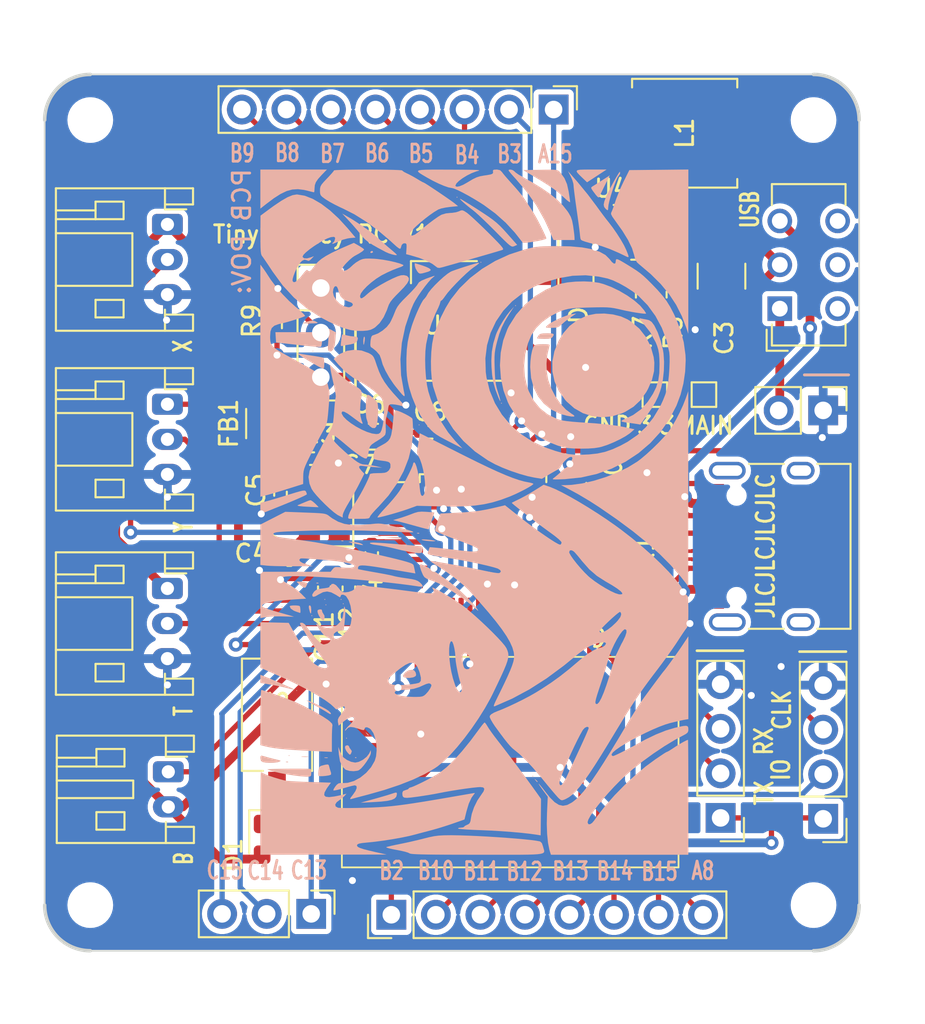
<source format=kicad_pcb>
(kicad_pcb (version 20221018) (generator pcbnew)
  (layers (0 "F.Cu" signal) (31 "B.Cu" power) (34 "B.Paste" user) (35 "F.Paste" user) (36 "B.SilkS" user "B.Silkscreen") (37 "F.SilkS" user "F.Silkscreen") (38 "B.Mask" user) (39 "F.Mask" user) (44 "Edge.Cuts" user))
  (net 0 "")
  (net 1 "Net-(J1-CC2)")
  (net 2 "GND")
  (net 3 "/BAT_VIN")
  (net 4 "/MAIN_POWER")
  (net 5 "/OSC_OUT")
  (net 6 "/OSC_IN")
  (net 7 "+3.3V")
  (net 8 "+3.3VA")
  (net 9 "/STEP_UP_5V")
  (net 10 "/USB_VIN")
  (net 11 "Net-(J1-CC1)")
  (net 12 "/USB_DP")
  (net 13 "/USB_DN")
  (net 17 "/NRF_CE")
  (net 18 "/SPI_CS")
  (net 19 "/SPI_SCK")
  (net 20 "/SPI_MOSI")
  (net 21 "/SPI_MISO")
  (net 22 "/NRF_IRQ")
  (net 23 "/SWDIO")
  (net 24 "/SWCLK")
  (net 25 "/UART_TX")
  (net 26 "/UART_RX")
  (net 27 "/JOY_X")
  (net 28 "/JOY_Y")
  (net 29 "/JOY_TWIST")
  (net 30 "/JOY_BUTTON")
  (net 31 "Net-(R7-Pad2)")
  (net 32 "Net-(U1-BOOT0)")
  (net 33 "/PC13")
  (net 34 "/PC14")
  (net 35 "/PC15")
  (net 36 "/PB2")
  (net 37 "/PB10")
  (net 38 "/PB11")
  (net 39 "/PB12")
  (net 40 "/PB13")
  (net 41 "/PB14")
  (net 42 "/PB15")
  (net 43 "/PA8")
  (net 44 "/PA15")
  (net 45 "/PB3")
  (net 46 "/PB4")
  (net 47 "/PB5")
  (net 48 "/PB6")
  (net 49 "/PB7")
  (net 50 "/PB8")
  (net 51 "/PB9")
  (net 53 "/SW")
  (net 54 "/RST")
  (net 55 "/FB")
  (net 56 "/BOOT")
  (net 57 "Net-(D1-K)")
  (footprint "Connector_PinHeader_2.54mm:PinHeader_1x04_P2.54mm_Vertical" (layer "F.Cu") (at 114.8 120.23 180)
    (fp_text reference "J10" hide)
    (fp_text value "UART_SOCKET")
  )
  (footprint "Resistor_SMD:R_0402_1005Metric_Pad0.72x0.64mm_HandSolder" (layer "F.Cu") (at 89.4 92.15 -90)
    (fp_text reference "R9")
    (fp_text value "10k")
  )
  (footprint "Connector_JST:JST_PH_S3B-PH-K_1x03_P2.00mm_Horizontal" (layer "F.Cu") (at 83.25 107.15 -90)
    (fp_text reference "J7" hide)
    (fp_text value "JOY_TWIST_SOCKET")
  )
  (footprint "Connector_PinHeader_2.54mm:PinHeader_1x03_P2.54mm_Vertical" (layer "F.Cu") (at 92 90.025)
    (fp_text reference "J9" hide)
    (fp_text value "BOOT_SOCKET")
  )
  (footprint "Capacitor_SMD:C_0402_1005Metric_Pad0.74x0.62mm_HandSolder" (layer "F.Cu") (at 105.05 110.05 180)
    (fp_text reference "C9")
    (fp_text value "100n")
  )
  (footprint "Connector_USB:USB_C_Receptacle_HRO_TYPE-C-31-M-12" (layer "F.Cu") (at 118.31 104.75 90)
    (fp_text reference "J1" hide)
    (fp_text value "USB_C_Receptacle_USB2.0")
  )
  (footprint "Resistor_SMD:R_0402_1005Metric_Pad0.72x0.64mm_HandSolder" (layer "F.Cu") (at 112.1 90.4 90)
    (fp_text reference "R8")
    (fp_text value "2k")
  )
  (footprint "Connector_PinHeader_2.54mm:PinHeader_1x04_P2.54mm_Vertical" (layer "F.Cu") (at 120.65 120.28 180)
    (fp_text reference "J3" hide)
    (fp_text value "DEBUG_SOCKET")
  )
  (footprint "Connector_PinHeader_2.54mm:PinHeader_1x08_P2.54mm_Vertical" (layer "F.Cu") (at 105.275 79.85 -90)
    (fp_text reference "J11" hide)
    (fp_text value "Conn_01x08_Pin")
  )
  (footprint "MountingHole:MountingHole_2.1mm" (layer "F.Cu") (at 120.1 80.45)
    (fp_text reference "H2" hide)
    (fp_text value "MountingHole")
  )
  (footprint "Inductor_SMD:L_1206_3216Metric_Pad1.22x1.90mm_HandSolder" (layer "F.Cu") (at 88.65 97.75 90)
    (fp_text reference "FB1")
    (fp_text value "100R")
  )
  (footprint "Resistor_SMD:R_0402_1005Metric_Pad0.72x0.64mm_HandSolder" (layer "F.Cu") (at 111.31 107.5 -90)
    (fp_text reference "R6")
    (fp_text value "5.1k")
  )
  (footprint "Resistor_SMD:R_0402_1005Metric_Pad0.72x0.64mm_HandSolder" (layer "F.Cu") (at 90.81 120.505)
    (fp_text reference "R2")
    (fp_text value "1k")
  )
  (footprint "Button_Switch_THT:SW_CuK_JS202011AQN_DPDT_Angled" (layer "F.Cu") (at 118.175 91.2005 90)
    (fp_text reference "SW1" hide)
    (fp_text value "SW_POWER")
  )
  (footprint "Package_TO_SOT_SMD:SOT-23-6" (layer "F.Cu") (at 110.5 86.85)
    (fp_text reference "U4")
    (fp_text value "MT3608")
  )
  (footprint "Capacitor_SMD:C_1210_3225Metric_Pad1.33x2.70mm_HandSolder" (layer "F.Cu") (at 114.85 89.35 -90)
    (fp_text reference "C3")
    (fp_text value "22u")
  )
  (footprint "Connector_PinHeader_2.54mm:PinHeader_1x08_P2.54mm_Vertical" (layer "F.Cu") (at 96.02 125.75 90)
    (fp_text reference "J12" hide)
    (fp_text value "Conn_01x08_Pin")
  )
  (footprint "Capacitor_SMD:C_0402_1005Metric_Pad0.74x0.62mm_HandSolder" (layer "F.Cu") (at 90.2 105.5 180)
    (fp_text reference "C4")
    (fp_text value "12p")
  )
  (footprint "Capacitor_SMD:C_0402_1005Metric_Pad0.74x0.62mm_HandSolder" (layer "F.Cu") (at 94.9 105.2 -90)
    (fp_text reference "C14")
    (fp_text value "100n")
  )
  (footprint "Crystal:Crystal_SMD_3225-4Pin_3.2x2.5mm" (layer "F.Cu") (at 92.2 102.75 90)
    (fp_text reference "Y1")
    (fp_text value "Crystal_GND24")
  )
  (footprint "Connector_JST:JST_PH_S2B-PH-K_1x02_P2.00mm_Horizontal" (layer "F.Cu") (at 83.3 117.6 -90)
    (fp_text reference "J8" hide)
    (fp_text value "JOY_BUTTON_SOCKET")
  )
  (footprint "Inductor_SMD:L_Coilcraft_XAL5020-XXX" (layer "F.Cu") (at 112.75 81.2 180)
    (fp_text reference "L1")
    (fp_text value "4.7u")
  )
  (footprint "Capacitor_SMD:C_0402_1005Metric_Pad0.74x0.62mm_HandSolder" (layer "F.Cu") (at 107.5 101.25 -90)
    (fp_text reference "C10")
    (fp_text value "100n")
  )
  (footprint "NRF24L01:NRF24L01" (layer "F.Cu") (at 93.4 111.05)
    (fp_text reference "J2" hide)
    (fp_text value "NRF_Socket")
  )
  (footprint "TestPoint:TestPoint_Pad_1.0x1.0mm" (layer "F.Cu") (at 113.85 96.1)
    (fp_text reference "TP1" hide)
    (fp_text value "TestPoint")
  )
  (footprint "Package_QFP:LQFP-48_7x7mm_P0.5mm" (layer "F.Cu") (at 101.25 104.25)
    (fp_text reference "U1" hide)
    (fp_text value "STM32F103C8Tx")
  )
  (footprint "MountingHole:MountingHole_2.1mm" (layer "F.Cu") (at 120.1 125.2)
    (fp_text reference "H3" hide)
    (fp_text value "MountingHole")
  )
  (footprint "Resistor_SMD:R_0402_1005Metric_Pad0.72x0.64mm_HandSolder" (layer "F.Cu") (at 111.85 104.2 -90)
    (fp_text reference "R10")
    (fp_text value "1.5k")
  )
  (footprint "Resistor_SMD:R_0402_1005Metric_Pad0.72x0.64mm_HandSolder" (layer "F.Cu") (at 111.31 102 90)
    (fp_text reference "R1")
    (fp_text value "5.1k")
  )
  (footprint "Capacitor_SMD:C_0402_1005Metric_Pad0.74x0.62mm_HandSolder" (layer "F.Cu") (at 93.6 107.15 90)
    (fp_text reference "C12")
    (fp_text value "1u")
  )
  (footprint "Capacitor_SMD:C_0402_1005Metric_Pad0.74x0.62mm_HandSolder" (layer "F.Cu") (at 96.25 100.25 180)
    (fp_text reference "C7")
    (fp_text value "100n")
  )
  (footprint "Capacitor_SMD:C_0402_1005Metric_Pad0.74x0.62mm_HandSolder" (layer "F.Cu") (at 91.5 99.75)
    (fp_text reference "C13")
    (fp_text value "1u")
  )
  (footprint "Connector_JST:JST_PH_S3B-PH-K_1x03_P2.00mm_Horizontal" (layer "F.Cu") (at 83.25 96.65 -90)
    (fp_text reference "J6" hide)
    (fp_text value "JOY_Y_SOCKET")
  )
  (footprint "Capacitor_SMD:C_0402_1005Metric_Pad0.74x0.62mm_HandSolder" (layer "F.Cu") (at 89.7 101.75 -90)
    (fp_text reference "C5")
    (fp_text value "12p")
  )
  (footprint "Connector_JST:JST_PH_S3B-PH-K_1x03_P2.00mm_Horizontal" (layer "F.Cu") (at 83.25 86.4 -90)
    (fp_text reference "J5" hide)
    (fp_text value "JOY_X_SOCKET")
  )
  (footprint "Connector_PinHeader_2.54mm:PinHeader_1x03_P2.54mm_Vertical" (layer "F.Cu") (at 91.45 125.7 -90)
    (fp_text reference "J13" hide)
    (fp_text value "Conn_01x03_Pin")
  )
  (footprint "Capacitor_SMD:C_0805_2012Metric_Pad1.18x1.45mm_HandSolder" (layer "F.Cu") (at 95 98.5 180)
    (fp_text reference "C6")
    (fp_text value "10u")
  )
  (footprint "TestPoint:TestPoint_Pad_1.0x1.0mm" (layer "F.Cu") (at 108.3 96.1)
    (fp_text reference "TP3" hide)
    (fp_text value "TestPoint")
  )
  (footprint "Resistor_SMD:R_0402_1005Metric_Pad0.72x0.64mm_HandSolder" (layer "F.Cu") (at 110.35 90.4 -90)
    (fp_text reference "R7")
    (fp_text value "10k")
  )
  (footprint "LED_SMD:LED_0603_1608Metric_Pad1.05x0.95mm_HandSolder" (layer "F.Cu") (at 88.65 121.45 -90)
    (fp_text reference "D1")
    (fp_text value "LED")
  )
  (footprint "Connector_PinHeader_2.54mm:PinHeader_1x02_P2.54mm_Vertical" (layer "F.Cu") (at 120.65 97 -90)
    (fp_text reference "J4" hide)
    (fp_text value "BATTERY_SOCKET")
  )
  (footprint "Package_TO_SOT_SMD:SOT-223-3_TabPin2" (layer "F.Cu") (at 99.05 91.9 180)
    (fp_text reference "U2")
    (fp_text value "AMS1117-3.3")
  )
  (footprint "Button_Switch_SMD:SW_Tactile_SPST_NO_Straight_CK_PTS636Sx25SMTRLFS" (layer "F.Cu") (at 89.5 114.35 90)
    (fp_text reference "SW2")
    (fp_text value "BUTTON_NRST")
  )
  (footprint "Capacitor_SMD:C_0402_1005Metric_Pad0.74x0.62mm_HandSolder" (layer "F.Cu") (at 98.25 98.25)
    (fp_text reference "C8")
    (fp_text value "100n")
  )
  (footprint "TestPoint:TestPoint_Pad_1.0x1.0mm" (layer "F.Cu") (at 111.05 96.1)
    (fp_text reference "TP2" hide)
    (fp_text value "TestPoint")
  )
  (footprint "Resistor_SMD:R_0402_1005Metric_Pad0.72x0.64mm_HandSolder" (layer "F.Cu") (at 108.6 90.4 90)
    (fp_text reference "R5")
    (fp_text value "100k")
  )
  (footprint "Capacitor_SMD:C_0402_1005Metric_Pad0.74x0.62mm_HandSolder" (layer "F.Cu") (at 92.2 107.15 90)
    (fp_text reference "C11")
    (fp_text value "10n")
  )
  (footprint "Diode_SMD:D_SOD-123" (layer "F.Cu") (at 106.55 87.55 90)
    (fp_text reference "D3")
    (fp_text value "D_Schottky")
  )
  (footprint "MountingHole:MountingHole_2.1mm" (layer "F.Cu") (at 78.85 80.45)
    (fp_text reference "H1" hide)
    (fp_text value "MountingHole")
  )
  (footprint "MountingHole:MountingHole_2.1mm" (layer "F.Cu") (at 78.85 125.2)
    (fp_text reference "H4" hide)
    (fp_text value "MountingHole")
  )
  (footprint "LOGO" (layer "B.Cu") (at 100.725 102.8 -90)
    (fp_text reference "G***" hide)
    (fp_text value "LOGO" hide)
  )
  (gr_line (start 119.575 94.975) (end 122.1 94.975) (stroke (width 0.15)) (layer "B.SilkS"))
  (gr_line (start 93.975 92.125) (end 93.975 95.925) (stroke (width 0.15)) (layer "F.SilkS"))
  (gr_line (start 119.575 94.975) (end 122.1 94.975) (stroke (width 0.15)) (layer "F.SilkS"))
  (gr_line (start 113.45 110.7) (end 116.075 110.7) (stroke (width 0.15)) (layer "F.SilkS"))
  (gr_line (start 119.3 110.75) (end 121.95 110.75) (stroke (width 0.15)) (layer "F.SilkS"))
  (gr_line (start 76.25 80.45) (end 76.25 125.2) (stroke (width 0.1)) (layer "Edge.Cuts"))
  (gr_line (start 122.7 125.2) (end 122.7 80.45) (stroke (width 0.1)) (layer "Edge.Cuts"))
  (gr_arc (start 120.1 77.85) (mid 121.938478 78.611522) (end 122.7 80.45) (stroke (width 0.2)) (layer "Edge.Cuts"))
  (gr_line (start 78.85 127.8) (end 120.1 127.8) (stroke (width 0.1)) (layer "Edge.Cuts"))
  (gr_arc (start 76.25 80.45) (mid 77.011522 78.611522) (end 78.85 77.85) (stroke (width 0.2)) (layer "Edge.Cuts"))
  (gr_arc (start 78.85 127.8) (mid 77.011522 127.038478) (end 76.25 125.2) (stroke (width 0.2)) (layer "Edge.Cuts"))
  (gr_arc (start 122.7 125.2) (mid 121.938478 127.038478) (end 120.1 127.8) (stroke (width 0.2)) (layer "Edge.Cuts"))
  (gr_line (start 78.85 77.85) (end 120.1 77.85) (stroke (width 0.1)) (layer "Edge.Cuts"))
  (gr_text "A8\n" (at 113.05 123.825) (layer "B.SilkS") (effects (font (size 1 0.7) (thickness 0.16) bold) (justify left bottom)))
  (gr_text "B3\n" (at 101.975 82.975) (layer "B.SilkS") (effects (font (size 1 0.7) (thickness 0.16) bold) (justify left bottom)))
  (gr_text "B11\n" (at 100.05 123.85) (layer "B.SilkS") (effects (font (size 1 0.7) (thickness 0.16) bold) (justify left bottom)))
  (gr_text "B10\n" (at 97.45 123.825) (layer "B.SilkS") (effects (font (size 1 0.7) (thickness 0.16) bold) (justify left bottom)))
  (gr_text "B4\n" (at 99.55 83.025) (layer "B.SilkS") (effects (font (size 1 0.7) (thickness 0.16) bold) (justify left bottom)))
  (gr_text "C15" (at 85.4 123.8) (layer "B.SilkS") (effects (font (size 1 0.7) (thickness 0.16) bold) (justify left bottom)))
  (gr_text "C13" (at 90.2 123.8) (layer "B.SilkS") (effects (font (size 1 0.7) (thickness 0.16) bold) (justify left bottom)))
  (gr_text "B7\n" (at 91.875 82.95) (layer "B.SilkS") (effects (font (size 1 0.7) (thickness 0.16) bold) (justify left bottom)))
  (gr_text "B2\n" (at 95.25 123.825) (layer "B.SilkS") (effects (font (size 1 0.7) (thickness 0.16) bold) (justify left bottom)))
  (gr_text "B9\n" (at 86.725 82.925) (layer "B.SilkS") (effects (font (size 1 0.7) (thickness 0.16) bold) (justify left bottom)))
  (gr_text "B5\n" (at 96.925 82.95) (layer "B.SilkS") (effects (font (size 1 0.7) (thickness 0.16) bold) (justify left bottom)))
  (gr_text "B6\n" (at 94.425 82.925) (layer "B.SilkS") (effects (font (size 1 0.7) (thickness 0.16) bold) (justify left bottom)))
  (gr_text "B12\n" (at 102.5 123.875) (layer "B.SilkS") (effects (font (size 1 0.7) (thickness 0.16) bold) (justify left bottom)))
  (gr_text "B14\n" (at 107.65 123.85) (layer "B.SilkS") (effects (font (size 1 0.7) (thickness 0.16) bold) (justify left bottom)))
  (gr_text "B15" (at 110.2 123.875) (layer "B.SilkS") (effects (font (size 1 0.7) (thickness 0.16) bold) (justify left bottom)))
  (gr_text "B13\n" (at 105.125 123.85) (layer "B.SilkS") (effects (font (size 1 0.7) (thickness 0.16) bold) (justify left bottom)))
  (gr_text "A15\n" (at 104.3 82.975) (layer "B.SilkS") (effects (font (size 1 0.7) (thickness 0.16) bold) (justify left bottom)))
  (gr_text "B8\n" (at 89.3 82.9) (layer "B.SilkS") (effects (font (size 1 0.7) (thickness 0.16) bold) (justify left bottom)))
  (gr_text "PCB POV:" (at 88.075 83.125 90) (layer "B.SilkS") (effects (font (size 1 1) (thickness 0.16)) (justify left bottom mirror)))
  (gr_text "C14" (at 87.725 123.825) (layer "B.SilkS") (effects (font (size 1 0.7) (thickness 0.16) bold) (justify left bottom)))
  (gr_text "X" (at 83.45 93.775 270) (layer "F.SilkS") (effects (font (size 1 0.7) (thickness 0.16) bold) (justify left bottom mirror)))
  (gr_text "MAIN" (at 112.25 98.45) (layer "F.SilkS") (effects (font (size 1 0.9) (thickness 0.16) bold) (justify left bottom)))
  (gr_text "B" (at 83.5 123 -90) (layer "F.SilkS") (effects (font (size 1 0.7) (thickness 0.16) bold) (justify left bottom mirror)))
  (gr_text "USB" (at 117.05 86.7 90) (layer "F.SilkS") (effects (font (size 1 0.7) (thickness 0.16) bold) (justify left bottom)))
  (gr_text "Y" (at 84.75 103.25 90) (layer "F.SilkS") (effects (font (size 1 0.7) (thickness 0.16) bold) (justify left bottom mirror)))
  (gr_text "RX\n" (at 117.85 116.75 90) (layer "F.SilkS") (effects (font (size 1 0.8) (thickness 0.16) bold) (justify left bottom)))
  (gr_text "TX" (at 117.875 119.6 90) (layer "F.SilkS") (effects (font (size 1 0.8) (thickness 0.16) bold) (justify left bottom)))
  (gr_text "JLCJLCJLCJLC" (at 117.95 108.95 90) (layer "F.SilkS") (effects (font (size 1 0.8) (thickness 0.16)) (justify left bottom)))
  (gr_text "TinyStanley RC V1.0" (at 85.75 87.55) (layer "F.SilkS") (effects (font (size 1 0.9) (thickness 0.16) bold) (justify left bottom)))
  (gr_text "CLK\n" (at 118.875 115.3 90) (layer "F.SilkS") (effects (font (size 1 0.8) (thickness 0.16) bold) (justify left bottom)))
  (gr_text "GND" (at 106.85 98.45) (layer "F.SilkS") (effects (font (size 1 0.9) (thickness 0.16) bold) (justify left bottom)))
  (gr_text "IO\n" (at 118.825 118.2 90) (layer "F.SilkS") (effects (font (size 1 0.8) (thickness 0.16) bold) (justify left bottom)))
  (gr_text "3.3\n" (at 109.95 98.45) (layer "F.SilkS") (effects (font (size 1 0.9) (thickness 0.16) bold) (justify left bottom)))
  (gr_text "T" (at 84.75 113.775 90) (layer "F.SilkS") (effects (font (size 1 0.7) (thickness 0.16) bold) (justify left bottom mirror)))
  (segment (start 114.265 103) (end 112.95 103) (width 0.3) (layer "F.Cu") (net 1))
  (segment (start 112.6 102.65) (end 111.3625 102.65) (width 0.3) (layer "F.Cu") (net 1))
  (segment (start 111.3625 102.65) (end 111.31 102.5975) (width 0.3) (layer "F.Cu") (net 1))
  (segment (start 112.95 103) (end 112.6 102.65) (width 0.3) (layer "F.Cu") (net 1))
  (segment (start 94.415 105.7675) (end 93.6 106.5825) (width 0.3) (layer "F.Cu") (net 2))
  (segment (start 114.8375 90.9125) (end 113.35 92.4) (width 0.5) (layer "F.Cu") (net 2))
  (segment (start 92.0675 99.75) (end 92.75 99.75) (width 0.5) (layer "F.Cu") (net 2))
  (segment (start 94.35 123.25) (end 93.8 123.8) (width 0.3) (layer "F.Cu") (net 2))
  (segment (start 104.298959 110.05) (end 104.4825 110.05) (width 0.3) (layer "F.Cu") (net 2))
  (segment (start 94.835 105.8325) (end 94.9 105.7675) (width 0.3) (layer "F.Cu") (net 2))
  (segment (start 108.5 86.85) (end 107.65 87.7) (width 0.5) (layer "F.Cu") (net 2))
  (segment (start 111.9975 108.0975) (end 113.05 109.15) (width 0.25) (layer "F.Cu") (net 2))
  (segment (start 89.7 102.3175) (end 89.1825 102.3175) (width 0.3) (layer "F.Cu") (net 2))
  (segment (start 105.4125 102) (end 107.3175 102) (width 0.3) (layer "F.Cu") (net 2))
  (segment (start 103.5 107.4) (end 103.05 106.95) (width 0.3) (layer "F.Cu") (net 2))
  (segment (start 105.4125 102) (end 104.1 102) (width 0.3) (layer "F.Cu") (net 2))
  (segment (start 93.25 100.25) (end 93 100) (width 0.5) (layer "F.Cu") (net 2))
  (segment (start 111.545363 101.167137) (end 113.932137 101.167137) (width 0.3) (layer "F.Cu") (net 2))
  (segment (start 83.25 91.8) (end 83.2 91.85) (width 0.3) (layer "F.Cu") (net 2))
  (segment (start 83.25 100.65) (end 83.25 101.95) (width 0.3) (layer "F.Cu") (net 2))
  (segment (start 102.2 94.2) (end 102.2 95.35) (width 0.3) (layer "F.Cu") (net 2))
  (segment (start 104.1 102) (end 104.05 101.95) (width 0.3) (layer "F.Cu") (net 2))
  (segment (start 102.2 95.35) (end 102.85 96) (width 0.3) (layer "F.Cu") (net 2))
  (segment (start 93.9625 98.5) (end 93.9625 99.0375) (width 0.5) (layer "F.Cu") (net 2))
  (segment (start 109.3625 86.85) (end 108.5 86.85) (width 0.5) (layer "F.Cu") (net 2))
  (segment (start 93.9625 99.0375) (end 93 100) (width 0.5) (layer "F.Cu") (net 2))
  (segment (start 93.05 100.05) (end 93 100) (width 0.5) (layer "F.Cu") (net 2))
  (segment (start 83.25 90.4) (end 83.25 91.8) (width 0.3) (layer "F.Cu") (net 2))
  (segment (start 120.6 97) (end 120.6 98.55) (width 0.3) (layer "F.Cu") (net 2))
  (segment (start 103.5 108.4125) (end 103.5 107.4) (width 0.3) (layer "F.Cu") (net 2))
  (segment (start 114.1675 108.0975) (end 114.265 108) (width 0.3) (layer "F.Cu") (net 2))
  (segment (start 92 90.025) (end 89.575 90.025) (width 0.3) (layer "F.Cu") (net 2))
  (segment (start 89.6325 105.5) (end 89.118 105.5) (width 0.3) (layer "F.Cu") (net 2))
  (segment (start 108.3 96.1) (end 108.3 95.75) (width 0.3) (layer "F.Cu") (net 2))
  (segment (start 103.5 108.4125) (end 103.5 109.251041) (width 0.3) (layer "F.Cu") (net 2))
  (segment (start 89.5 118.5975) (end 91.4075 120.505) (width 0.3) (layer "F.Cu") (net 2))
  (segment (start 89.7 102.3175) (end 89.8175 102.3175) (width 0.3) (layer "F.Cu") (net 2))
  (segment (start 114.265 108) (end 114.2 108) (width 0.3) (layer "F.Cu") (net 2))
  (segment (start 107.3175 102) (end 107.5 101.8175) (width 0.3) (layer "F.Cu") (net 2))
  (segment (start 97.2675 96.7) (end 96.85 96.7) (width 0.3) (layer "F.Cu") (net 2))
  (segment (start 92.75 99.75) (end 93 100) (width 0.5) (layer "F.Cu") (net 2))
  (segment (start 89.1825 102.3175) (end 88.6 102.9) (width 0.3) (layer "F.Cu") (net 2))
  (segment (start 113.932137 101.167137) (end 114.265 101.5) (width 0.3) (layer "F.Cu") (net 2))
  (segment (start 91.2825 103.85) (end 91.35 103.85) (width 0.3) (layer "F.Cu") (net 2))
  (segment (start 103.5 109.251041) (end 104.298959 110.05) (width 0.3) (layer "F.Cu") (net 2))
  (segment (start 113.74 89.8025) (end 114.85 90.9125) (width 0.5) (layer "F.Cu") (net 2))
  (segment (start 97.0875 105) (end 95.6675 105) (width 0.3) (layer "F.Cu") (net 2))
  (segment (start 83.25 111.15) (end 83.25 112.65) (width 0.3) (layer "F.Cu") (net 2))
  (segment (start 112.1 89.8025) (end 113.74 89.8025) (width 0.5) (layer "F.Cu") (net 2))
  (segment (start 88.542 106.16) (end 88.5 106.118) (width 0.3) (layer "F.Cu") (net 2))
  (segment (start 99 98.4325) (end 98.8175 98.25) (width 0.3) (layer "F.Cu") (net 2))
  (segment (start 111.31 101.4025) (end 111.31 101.26) (width 0.3) (layer "F.Cu") (net 2))
  (segment (start 89.118 105.5) (end 88.5 106.118) (width 0.3) (layer "F.Cu") (net 2))
  (segment (start 93.6 106.5825) (end 92.2 106.5825) (width 0.3) (layer "F.Cu") (net 2))
  (segment (start 99 100.0875) (end 99 98.4325) (width 0.3) (layer "F.Cu") (net 2))
  (segment (start 114.85 90.9125) (end 114.8375 90.9125) (width 0.5) (layer "F.Cu") (net 2))
  (segment (start 89.5 118.225) (end 89.5 118.5975) (width 0.3) (layer "F.Cu") (net 2))
  (segment (start 94.35 121.49) (end 94.35 123.25) (width 0.3) (layer "F.Cu") (net 2))
  (segment (start 98.8175 98.25) (end 97.2675 96.7) (width 0.3) (layer "F.Cu") (net 2))
  (segment (start 92.2 106.5825) (end 89.7675 106.5825) (width 0.3) (layer "F.Cu") (net 2))
  (segment (start 111.31 101.4025) (end 111.545363 101.167137) (width 0.3) (layer "F.Cu") (net 2))
  (segment (start 95.6825 100.25) (end 93.25 100.25) (width 0.5) (layer "F.Cu") (net 2))
  (segment (start 119.31 112.66) (end 118.25 111.6) (width 0.25) (layer "F.Cu") (net 2))
  (segment (start 95.6675 105) (end 94.9 105.7675) (width 0.3) (layer "F.Cu") (net 2))
  (segment (start 94.9 105.7675) (end 94.415 105.7675) (width 0.3) (layer "F.Cu") (net 2))
  (segment (start 89.7675 106.5825) (end 89.7 106.65) (width 0.3) (layer "F.Cu") (net 2))
  (segment (start 89.575 90.025) (end 89.55 90.05) (width 0.3) (layer "F.Cu") (net 2))
  (segment (start 89.6325 105.5) (end 91.2825 103.85) (width 0.3) (layer "F.Cu") (net 2))
  (segment (start 120.65 112.66) (end 119.31 112.66) (width 0.25) (layer "F.Cu") (net 2))
  (segment (start 94.35 121.49) (end 92.3925 121.49) (width 0.3) (layer "F.Cu") (net 2))
  (segment (start 111.31 108.0975) (end 111.9975 108.0975) (width 0.25) (layer "F.Cu") (net 2))
  (segment (start 108.3 95.75) (end 107.1 94.55) (width 0.3) (layer "F.Cu") (net 2))
  (segment (start 93.05 101.65) (end 93.05 100.05) (width 0.5) (layer "F.Cu") (net 2))
  (segment (start 92.3925 121.49) (end 91.4075 120.505) (width 0.3) (layer "F.Cu") (net 2))
  (segment (start 114.8 112.61) (end 115.91 112.61) (width 0.3) (layer "F.Cu") (net 2))
  (segment (start 114.2 108) (end 113.05 109.15) (width 0.3) (layer "F.Cu") (net 2))
  (segment (start 111.31 101.26) (end 110.6 100.55) (width 0.3) (layer "F.Cu") (net 2))
  (segment (start 115.91 112.61) (end 116.55 113.25) (width 0.3) (layer "F.Cu") (net 2))
  (via (at 83.2 91.85) (size 0.8) (drill 0.4) (layers "F.Cu" "B.Cu") (net 2))
  (via (at 88.6 102.9) (size 0.8) (drill 0.4) (layers "F.Cu" "B.Cu") (net 2))
  (via (at 103.05 106.95) (size 0.8) (drill 0.4) (layers "F.Cu" "B.Cu") (net 2))
  (via (at 107.1 94.55) (size 0.8) (drill 0.4) (layers "F.Cu" "B.Cu") (net 2))
  (via (at 113.35 92.4) (size 0.8) (drill 0.4) (layers "F.Cu" "B.Cu") (net 2))
  (via (at 116.55 113.25) (size 0.8) (drill 0.4) (layers "F.Cu" "B.Cu") (net 2))
  (via (at 107.65 87.7) (size 0.8) (drill 0.4) (layers "F.Cu" "B.Cu") (net 2))
  (via (at 93.8 123.8) (size 0.8) (drill 0.4) (layers "F.Cu" "B.Cu") (net 2))
  (via (at 83.25 101.95) (size 0.8) (drill 0.4) (layers "F.Cu" "B.Cu") (net 2))
  (via (at 88.5 106.118) (size 0.8) (drill 0.4) (layers "F.Cu" "B.Cu") (net 2))
  (via (at 104.05 101.95) (size 0.8) (drill 0.4) (layers "F.Cu" "B.Cu") (net 2))
  (via (at 89.7 106.65) (size 0.8) (drill 0.4) (layers "F.Cu" "B.Cu") (net 2))
  (via (at 89.55 90.05) (size 0.8) (drill 0.4) (layers "F.Cu" "B.Cu") (net 2))
  (via (at 113.05 109.15) (size 0.8) (drill 0.4) (layers "F.Cu" "B.Cu") (net 2))
  (via (at 102.85 96) (size 0.8) (drill 0.4) (layers "F.Cu" "B.Cu") (net 2))
  (via (at 120.6 98.55) (size 0.8) (drill 0.4) (layers "F.Cu" "B.Cu") (net 2))
  (via (at 118.25 111.6) (size 0.8) (drill 0.4) (layers "F.Cu" "B.Cu") (net 2))
  (via (at 83.25 112.65) (size 0.8) (drill 0.4) (layers "F.Cu" "B.Cu") (net 2))
  (via (at 93 100) (size 0.8) (drill 0.4) (layers "F.Cu" "B.Cu") (net 2))
  (via (at 110.6 100.55) (size 0.8) (drill 0.4) (layers "F.Cu" "B.Cu") (net 2))
  (via (at 96.85 96.7) (size 0.8) (drill 0.4) (layers "F.Cu" "B.Cu") (net 2))
  (segment (start 118.175 91.2005) (end 118.175 96.885) (width 0.5) (layer "F.Cu") (net 3))
  (segment (start 118.175 96.885) (end 118.06 97) (width 0.5) (layer "F.Cu") (net 3))
  (segment (start 114.405 87.3425) (end 114.85 87.7875) (width 0.5) (layer "F.Cu") (net 4))
  (segment (start 114.405 81.2) (end 114.405 87.3425) (width 0.5) (layer "F.Cu") (net 4))
  (segment (start 116.85 90.0255) (end 116.85 93.1) (width 0.3) (layer "F.Cu") (net 4))
  (segment (start 116.85 93.1) (end 113.85 96.1) (width 0.3) (layer "F.Cu") (net 4))
  (segment (start 115.8875 87.7875) (end 114.85 87.7875) (width 0.3) (layer "F.Cu") (net 4))
  (segment (start 118.175 88.7005) (end 116.85 90.0255) (width 0.3) (layer "F.Cu") (net 4))
  (segment (start 95.199178 103.85) (end 93.05 103.85) (width 0.3) (layer "F.Cu") (net 5))
  (segment (start 95.349178 104) (end 95.199178 103.85) (width 0.3) (layer "F.Cu") (net 5))
  (segment (start 97.0875 104) (end 95.349178 104) (width 0.3) (layer "F.Cu") (net 5))
  (segment (start 90.7675 105.5) (end 91.3675 104.9) (width 0.3) (layer "F.Cu") (net 5))
  (segment (start 91.3675 104.9) (end 92.1 104.9) (width 0.3) (layer "F.Cu") (net 5))
  (segment (start 92.1 104.9) (end 93.05 103.95) (width 0.3) (layer "F.Cu") (net 5))
  (segment (start 93.05 103.95) (end 93.05 103.85) (width 0.3) (layer "F.Cu") (net 5))
  (segment (start 91.35 102.35) (end 91.35 101.65) (width 0.3) (layer "F.Cu") (net 6))
  (segment (start 97.0875 103.5) (end 96.1 103.5) (width 0.3) (layer "F.Cu") (net 6))
  (segment (start 91.75 102.75) (end 91.35 102.35) (width 0.3) (layer "F.Cu") (net 6))
  (segment (start 89.7 101.1825) (end 90.8825 101.1825) (width 0.3) (layer "F.Cu") (net 6))
  (segment (start 96.1 103.5) (end 95.35 102.75) (width 0.3) (layer "F.Cu") (net 6))
  (segment (start 95.35 102.75) (end 91.75 102.75) (width 0.3) (layer "F.Cu") (net 6))
  (segment (start 90.8825 101.1825) (end 91.35 101.65) (width 0.3) (layer "F.Cu") (net 6))
  (segment (start 102.45 91.9) (end 106.25 95.7) (width 0.5) (layer "F.Cu") (net 7))
  (segment (start 114.8 120.23) (end 117.7 120.23) (width 0.3) (layer "F.Cu") (net 7))
  (segment (start 80.3 116.6) (end 83.3 119.6) (width 0.5) (layer "F.Cu") (net 7))
  (segment (start 90.9325 98.37) (end 90.9325 99.75) (width 0.5) (layer "F.Cu") (net 7))
  (segment (start 83.25 96.65) (end 88.0875 96.65) (width 0.3) (layer "F.Cu") (net 7))
  (segment (start 83.25 86.4) (end 86.075 89.225) (width 0.5) (layer "F.Cu") (net 7))
  (segment (start 108.65 98.5) (end 106.25 98.5) (width 0.5) (layer "F.Cu") (net 7))
  (segment (start 96.8175 100.25) (end 96.3 99.7325) (width 0.3) (layer "F.Cu") (net 7))
  (segment (start 86.075 93.5125) (end 88.65 96.0875) (width 0.5) (layer "F.Cu") (net 7))
  (segment (start 89.6325 95.105) (end 88.65 96.0875) (width 0.5) (layer "F.Cu") (net 7))
  (segment (start 107.588099 100.6825) (end 107.5 100.6825) (width 0.5) (layer "F.Cu") (net 7))
  (segment (start 105.65 110.0825) (end 105.6175 110.05) (width 0.5) (layer "F.Cu") (net 7))
  (segment (start 110.508099 103.6025) (end 107.588099 100.6825) (width 0.5) (layer "F.Cu") (net 7))
  (segment (start 97.0875 101.5) (end 97.0875 100.52) (width 0.3) (layer "F.Cu") (net 7))
  (segment (start 91.125 112.6) (end 94.35 112.6) (width 0.5) (layer "F.Cu") (net 7))
  (segment (start 95.9 98.3625) (end 96.0375 98.5) (width 0.5) (layer "F.Cu") (net 7))
  (segment (start 86.075 89.225) (end 86.075 93.5125) (width 0.5) (layer "F.Cu") (net 7))
  (segment (start 106.2 100.05) (end 106.8675 100.05) (width 0.5) (layer "F.Cu") (net 7))
  (segment (start 80.3 104.302082) (end 80.3 116.6) (width 0.5) (layer "F.Cu") (net 7))
  (segment (start 120.55 120.23) (end 120.6 120.28) (width 0.3) (layer "F.Cu") (net 7))
  (segment (start 98.5 100.0875) (end 98.5 99.0675) (width 0.3) (layer "F.Cu") (net 7))
  (segment (start 84.125 119.6) (end 91.125 112.6) (width 0.5) (layer "F.Cu") (net 7))
  (segment (start 97.0875 100.52) (end 96.8175 100.25) (width 0.3) (layer "F.Cu") (net 7))
  (segment (start 104 108.4325) (end 105.6175 110.05) (width 0.3) (layer "F.Cu") (net 7))
  (segment (start 96.3 98.7625) (end 96.0375 98.5) (width 0.3) (layer "F.Cu") (net 7))
  (segment (start 105.4125 101.5) (end 106.6825 101.5) (width 0.3) (layer "F.Cu") (net 7))
  (segment (start 86.275 122.575) (end 88.4 122.575) (width 0.5) (layer "F.Cu") (net 7))
  (segment (start 83.3 119.6) (end 84.125 119.6) (width 0.5) (layer "F.Cu") (net 7))
  (segment (start 88.4 122.575) (end 88.65 122.325) (width 0.5) (layer "F.Cu") (net 7))
  (segment (start 104 108.4125) (end 104 108.4325) (width 0.3) (layer "F.Cu") (net 7))
  (segment (start 83.3 119.6) (end 86.275 122.575) (width 0.5) (layer "F.Cu") (net 7))
  (segment (start 88.65 96.0875) (end 90.9325 98.37) (width 0.5) (layer "F.Cu") (net 7))
  (segment (start 88.0875 96.65) (end 88.65 96.0875) (width 0.3) (layer "F.Cu") (net 7))
  (segment (start 105.65 117.35) (end 105.65 110.0825) (width 0.5) (layer "F.Cu") (net 7))
  (segment (start 111.85 103.6025) (end 110.508099 103.6025) (width 0.5) (layer "F.Cu") (net 7))
  (segment (start 117.7 120.23) (end 120.55 120.23) (width 0.3) (layer "F.Cu") (net 7))
  (segment (start 106.8675 100.05) (end 107.5 100.6825) (width 0.5) (layer "F.Cu") (net 7))
  (segment (start 111.05 96.1) (end 108.65 98.5) (width 0.5) (layer "F.Cu") (net 7))
  (segment (start 96.3 99.7325) (end 96.3 98.7625) (width 0.3) (layer "F.Cu") (net 7))
  (segment (start 83.147918 107.15) (end 83.25 107.15) (width 0.5) (layer "F.Cu") (net 7))
  (segment (start 95.9 94.15) (end 94.945 95.105) (width 0.5) (layer "F.Cu") (net 7))
  (segment (start 83.25 86.4) (end 80.3 89.35) (width 0.5) (layer "F.Cu") (net 7))
  (segment (start 106.25 95.7) (end 106.25 98.5) (width 0.5) (layer "F.Cu") (net 7))
  (segment (start 97.6825 98.25) (end 96.2875 98.25) (width 0.3) (layer "F.Cu") (net 7))
  (segment (start 80.3 104.302082) (end 83.147918 107.15) (width 0.5) (layer "F.Cu") (net 7))
  (segment (start 94.945 95.105) (end 92 95.105) (width 0.5) (layer "F.Cu") (net 7))
  (segment (start 95.9 91.9) (end 95.9 94.15) (width 0.5) (layer "F.Cu") (net 7))
  (segment (start 80.3 89.35) (end 80.3 104.302082) (width 0.5) (layer "F.Cu") (net 7))
  (segment (start 95.9 91.9) (end 95.9 98.3625) (width 0.5) (layer "F.Cu") (net 7))
  (segment (start 98.5 99.0675) (end 97.6825 98.25) (width 0.3) (layer "F.Cu") (net 7))
  (segment (start 117.7 120.23) (end 117.7 121.65) (width 0.3) (layer "F.Cu") (net 7))
  (segment (start 83.295 86.4) (end 83.25 86.4) (width 0.5) (layer "F.Cu") (net 7))
  (segment (start 92 95.105) (end 89.6325 95.105) (width 0.5) (layer "F.Cu") (net 7))
  (segment (start 106.6825 101.5) (end 107.5 100.6825) (width 0.3) (layer "F.Cu") (net 7))
  (segment (start 96.2875 98.25) (end 96.0375 98.5) (width 0.3) (layer "F.Cu") (net 7))
  (segment (start 102.2 91.9) (end 102.45 91.9) (width 0.5) (layer "F.Cu") (net 7))
  (via (at 92.3 112.6) (size 0.8) (drill 0.4) (layers "F.Cu" "B.Cu") (net 7))
  (via (at 105.65 117.35) (size 0.8) (drill 0.4) (layers "F.Cu" "B.Cu") (net 7))
  (via (at 106.2 100.05) (size 0.8) (drill 0.4) (layers "F.Cu" "B.Cu") (net 7))
  (via (at 117.7 121.65) (size 0.8) (drill 0.4) (layers "F.Cu" "B.Cu") (net 7))
  (via (at 106.25 98.5) (size 0.8) (drill 0.4) (layers "F.Cu" "B.Cu") (net 7))
  (segment (start 105.65 117.35) (end 109.95 121.65) (width 0.5) (layer "B.Cu") (net 7))
  (segment (start 109.95 121.65) (end 117.7 121.65) (width 0.5) (layer "B.Cu") (net 7))
  (segment (start 92.3 112.6) (end 97.05 117.35) (width 0.5) (layer "B.Cu") (net 7))
  (segment (start 97.05 117.35) (end 105.65 117.35) (width 0.5) (layer "B.Cu") (net 7))
  (segment (start 106.25 100) (end 106.2 100.05) (width 0.5) (layer "B.Cu") (net 7))
  (segment (start 106.25 98.5) (end 106.25 100) (width 0.5) (layer "B.Cu") (net 7))
  (segment (start 87.3 106.45) (end 87.3 100.75) (width 0.5) (layer "F.Cu") (net 8))
  (segment (start 94.031459 107.7175) (end 93.6 107.7175) (width 0.3) (layer "F.Cu") (net 8))
  (segment (start 88.5675 107.7175) (end 87.3 106.45) (width 0.5) (layer "F.Cu") (net 8))
  (segment (start 92.2 107.7175) (end 88.5675 107.7175) (width 0.5) (layer "F.Cu") (net 8))
  (segment (start 97.0875 105.5) (end 96.248959 105.5) (width 0.3) (layer "F.Cu") (net 8))
  (segment (start 87.3 100.75) (end 88.6375 99.4125) (width 0.5) (layer "F.Cu") (net 8))
  (segment (start 92.2 107.7175) (end 93.6 107.7175) (width 0.5) (layer "F.Cu") (net 8))
  (segment (start 96.248959 105.5) (end 94.031459 107.7175) (width 0.3) (layer "F.Cu") (net 8))
  (segment (start 88.6375 99.4125) (end 88.65 99.4125) (width 0.5) (layer "F.Cu") (net 8))
  (segment (start 106.55 89.2) (end 108.3475 90.9975) (width 0.5) (layer "F.Cu") (net 9))
  (segment (start 106.15 89.6) (end 106.55 89.2) (width 0.5) (layer "F.Cu") (net 9))
  (segment (start 102.2 89.6) (end 106.15 89.6) (width 0.5) (layer "F.Cu") (net 9))
  (segment (start 108.3475 90.9975) (end 108.6 90.9975) (width 0.5) (layer "F.Cu") (net 9))
  (segment (start 119.9 87.9255) (end 118.175 86.2005) (width 0.5) (layer "F.Cu") (net 10))
  (segment (start 112.809955 107.2) (end 112.661581 107.348374) (width 0.5) (layer "F.Cu") (net 10))
  (segment (start 119.9 92.3) (end 119.9 87.9255) (width 0.5) (layer "F.Cu") (net 10))
  (segment (start 114.265 102.3) (end 113.139905 102.3) (width 0.5) (layer "F.Cu") (net 10))
  (segment (start 114.265 107.2) (end 112.809955 107.2) (width 0.5) (layer "F.Cu") (net 10))
  (segment (start 113.139905 102.3) (end 112.757042 101.917137) (width 0.5) (layer "F.Cu") (net 10))
  (via (at 112.757042 101.917137) (size 0.8) (drill 0.4) (layers "F.Cu" "B.Cu") (net 10))
  (via (at 119.9 92.3) (size 0.8) (drill 0.4) (layers "F.Cu" "B.Cu") (net 10))
  (via (at 112.661581 107.348374) (size 0.8) (drill 0.4) (layers "F.Cu" "B.Cu") (net 10))
  (segment (start 112.661581 107.348374) (end 112.661581 102.012598) (width 0.5) (layer "B.Cu") (net 10))
  (segment (start 119.9 93.321522) (end 119.9 92.3) (width 0.5) (layer "B.Cu") (net 10))
  (segment (start 112.757042 100.46448) (end 119.9 93.321522) (width 0.5) (layer "B.Cu") (net 10))
  (segment (start 112.661581 102.012598) (end 112.757042 101.917137) (width 0.5) (layer "B.Cu") (net 10))
  (segment (start 112.757042 101.917137) (end 112.757042 100.46448) (width 0.5) (layer "B.Cu") (net 10))
  (segment (start 112.95 106) (end 112.0475 106.9025) (width 0.3) (layer "F.Cu") (net 11))
  (segment (start 112.0475 106.9025) (end 111.31 106.9025) (width 0.3) (layer "F.Cu") (net 11))
  (segment (start 114.265 106) (end 112.95 106) (width 0.3) (layer "F.Cu") (net 11))
  (segment (start 106.518751 103) (end 106.543751 103.025) (width 0.2) (layer "F.Cu") (net 12))
  (segment (start 112.6475 104) (end 114.265 104) (width 0.3) (layer "F.Cu") (net 12))
  (segment (start 110.6432 105.025) (end 113.152499 105.025) (width 0.2) (layer "F.Cu") (net 12))
  (segment (start 113.152499 105.025) (end 113.177499 105) (width 0.2) (layer "F.Cu") (net 12))
  (segment (start 113.177499 105) (end 114.265 105) (width 0.2) (layer "F.Cu") (net 12))
  (segment (start 111.85 104.7975) (end 112.6475 104) (width 0.3) (layer "F.Cu") (net 12))
  (segment (start 105.4125 103) (end 106.518751 103) (width 0.2) (layer "F.Cu") (net 12))
  (segment (start 108.6432 103.025) (end 110.6432 105.025) (width 0.2) (layer "F.Cu") (net 12))
  (segment (start 106.543751 103.025) (end 108.6432 103.025) (width 0.2) (layer "F.Cu") (net 12))
  (segment (start 115.34 104.5) (end 115.9 105.06) (width 0.3) (layer "F.Cu") (net 13))
  (segment (start 114.265 104.5) (end 115.34 104.5) (width 0.3) (layer "F.Cu") (net 13))
  (segment (start 108.4568 103.475) (end 110.4568 105.475) (width 0.2) (layer "F.Cu") (net 13))
  (segment (start 105.4125 103.5) (end 106.518751 103.5) (width 0.2) (layer "F.Cu") (net 13))
  (segment (start 113.152499 105.475) (end 113.177499 105.5) (width 0.2) (layer "F.Cu") (net 13))
  (segment (start 106.518751 103.5) (end 106.543751 103.475) (width 0.2) (layer "F.Cu") (net 13))
  (segment (start 115.9 105.06) (end 115.9 105.3) (width 0.3) (layer "F.Cu") (net 13))
  (segment (start 110.4568 105.475) (end 113.152499 105.475) (width 0.2) (layer "F.Cu") (net 13))
  (segment (start 113.177499 105.5) (end 114.265 105.5) (width 0.2) (layer "F.Cu") (net 13))
  (segment (start 115.9 105.3) (end 115.7 105.5) (width 0.3) (layer "F.Cu") (net 13))
  (segment (start 115.7 105.5) (end 114.265 105.5) (width 0.3) (layer "F.Cu") (net 13))
  (segment (start 106.543751 103.475) (end 108.4568 103.475) (width 0.2) (layer "F.Cu") (net 13))
  (segment (start 101.5 108.4125) (end 101.5 106.9) (width 0.3) (layer "F.Cu") (net 17))
  (segment (start 96.4 112.8) (end 95.33 113.87) (width 0.3) (layer "F.Cu") (net 17))
  (segment (start 95.33 113.87) (end 94.35 113.87) (width 0.3) (layer "F.Cu") (net 17))
  (via (at 96.4 112.8) (size 0.8) (drill 0.4) (layers "F.Cu" "B.Cu") (net 17))
  (via (at 101.5 106.9) (size 0.8) (drill 0.4) (layers "F.Cu" "B.Cu") (net 17))
  (segment (start 96.4 112) (end 96.4 112.8) (width 0.3) (layer "B.Cu") (net 17))
  (segment (start 101.5 106.9) (end 96.4 112) (width 0.3) (layer "B.Cu") (net 17))
  (segment (start 97.5 113.24) (end 95.6 115.14) (width 0.3) (layer "F.Cu") (net 18))
  (segment (start 99 108.4125) (end 99 109.251041) (width 0.3) (layer "F.Cu") (net 18))
  (segment (start 97.551041 110.7) (end 97.5 110.7) (width 0.3) (layer "F.Cu") (net 18))
  (segment (start 97.5 110.7) (end 97.5 113.24) (width 0.3) (layer "F.Cu") (net 18))
  (segment (start 95.6 115.14) (end 94.35 115.14) (width 0.3) (layer "F.Cu") (net 18))
  (segment (start 99 109.251041) (end 97.551041 110.7) (width 0.3) (layer "F.Cu") (net 18))
  (segment (start 98.4 113.61) (end 95.6 116.41) (width 0.3) (layer "F.Cu") (net 19))
  (segment (start 99.5 110) (end 98.4 111.1) (width 0.3) (layer "F.Cu") (net 19))
  (segment (start 99.5 108.4125) (end 99.5 110) (width 0.3) (layer "F.Cu") (net 19))
  (segment (start 98.4 111.1) (end 98.4 113.61) (width 0.3) (layer "F.Cu") (net 19))
  (segment (start 95.6 116.41) (end 94.35 116.41) (width 0.3) (layer "F.Cu") (net 19))
  (segment (start 95.47 117.68) (end 94.35 117.68) (width 0.3) (layer "F.Cu") (net 20))
  (segment (start 100.5 108.4125) (end 100.5 111.45) (width 0.3) (layer "F.Cu") (net 20))
  (segment (start 97.7 115.45) (end 95.47 117.68) (width 0.3) (layer "F.Cu") (net 20))
  (via (at 100.5 111.45) (size 0.8) (drill 0.4) (layers "F.Cu" "B.Cu") (net 20))
  (via (at 97.7 115.45) (size 0.8) (drill 0.4) (layers "F.Cu" "B.Cu") (net 20))
  (segment (start 100.5 111.45) (end 100.5 112.65) (width 0.3) (layer "B.Cu") (net 20))
  (segment (start 100.5 112.65) (end 97.7 115.45) (width 0.3) (layer "B.Cu") (net 20))
  (segment (start 100 110.75) (end 99.3 111.45) (width 0.3) (layer "F.Cu") (net 21))
  (segment (start 99.3 111.45) (end 99.3 115.25) (width 0.3) (layer "F.Cu") (net 21))
  (segment (start 100 108.4125) (end 100 110.75) (width 0.3) (layer "F.Cu") (net 21))
  (segment (start 95.6 118.95) (end 94.35 118.95) (width 0.3) (layer "F.Cu") (net 21))
  (segment (start 99.3 115.25) (end 95.6 118.95) (width 0.3) (layer "F.Cu") (net 21))
  (segment (start 101 108.4125) (end 101 110.889339) (width 0.3) (layer "F.Cu") (net 22))
  (segment (start 101 110.889339) (end 101.25 111.139339) (width 0.3) (layer "F.Cu") (net 22))
  (segment (start 101.25 111.139339) (end 101.25 114.4) (width 0.3) (layer "F.Cu") (net 22))
  (segment (start 95.43 120.22) (end 94.35 120.22) (width 0.3) (layer "F.Cu") (net 22))
  (segment (start 101.25 114.4) (end 95.43 120.22) (width 0.3) (layer "F.Cu") (net 22))
  (segment (start 103.960661 103.1) (end 103.9 103.1) (width 0.3) (layer "F.Cu") (net 23))
  (segment (start 104.560661 102.5) (end 103.960661 103.1) (width 0.3) (layer "F.Cu") (net 23))
  (segment (start 105.4125 102.5) (end 104.560661 102.5) (width 0.3) (layer "F.Cu") (net 23))
  (via (at 103.9 103.1) (size 0.8) (drill 0.4) (layers "F.Cu" "B.Cu") (net 23))
  (segment (start 109.8 112.85) (end 109.8 118) (width 0.3) (layer "B.Cu") (net 23))
  (segment (start 103.9 106.95) (end 109.8 112.85) (width 0.3) (layer "B.Cu") (net 23))
  (segment (start 119.45 118.89) (end 120.6 117.74) (width 0.3) (layer "B.Cu") (net 23))
  (segment (start 103.9 103.1) (end 103.9 106.95) (width 0.3) (layer "B.Cu") (net 23))
  (segment (start 109.8 118) (end 110.69 118.89) (width 0.3) (layer "B.Cu") (net 23))
  (segment (start 110.69 118.89) (end 119.45 118.89) (width 0.3) (layer "B.Cu") (net 23))
  (segment (start 117.25 99.3) (end 117.25 111.85) (width 0.3) (layer "F.Cu") (net 24))
  (segment (start 104 100.0875) (end 104.7875 99.3) (width 0.3) (layer "F.Cu") (net 24))
  (segment (start 104.7875 99.3) (end 117.25 99.3) (width 0.3) (layer "F.Cu") (net 24))
  (segment (start 117.25 111.85) (end 120.6 115.2) (width 0.3) (layer "F.Cu") (net 24))
  (segment (start 111.95 111.4) (end 111.95 113.4) (width 0.3) (layer "F.Cu") (net 25))
  (segment (start 105.4125 104.5) (end 107.5 104.5) (width 0.3) (layer "F.Cu") (net 25))
  (segment (start 113.15 116.04) (end 114.8 117.69) (width 0.3) (layer "F.Cu") (net 25))
  (segment (start 109.55 109) (end 111.95 111.4) (width 0.3) (layer "F.Cu") (net 25))
  (segment (start 113.15 114.6) (end 113.15 116.04) (width 0.3) (layer "F.Cu") (net 25))
  (segment (start 111.95 113.4) (end 113.15 114.6) (width 0.3) (layer "F.Cu") (net 25))
  (segment (start 109.55 106.55) (end 109.55 109) (width 0.3) (layer "F.Cu") (net 25))
  (segment (start 107.5 104.5) (end 109.55 106.55) (width 0.3) (layer "F.Cu") (net 25))
  (segment (start 105.4125 104) (end 107.9 104) (width 0.3) (layer "F.Cu") (net 26))
  (segment (start 112.7 111.05) (end 112.7 113.05) (width 0.3) (layer "F.Cu") (net 26))
  (segment (start 110.2 108.55) (end 112.7 111.05) (width 0.3) (layer "F.Cu") (net 26))
  (segment (start 110.2 106.3) (end 110.2 108.55) (width 0.3) (layer "F.Cu") (net 26))
  (segment (start 107.9 104) (end 110.2 106.3) (width 0.3) (layer "F.Cu") (net 26))
  (segment (start 112.7 113.05) (end 114.8 115.15) (width 0.3) (layer "F.Cu") (net 26))
  (segment (start 81.15 90.5) (end 83.25 88.4) (width 0.3) (layer "F.Cu") (net 27))
  (segment (start 97.0875 106) (end 98.45 106) (width 0.3) (layer "F.Cu") (net 27))
  (segment (start 81.15 103.95) (end 81.15 90.5) (width 0.3) (layer "F.Cu") (net 27))
  (via (at 81.15 103.95) (size 0.8) (drill 0.4) (layers "F.Cu" "B.Cu") (net 27))
  (via (at 98.45 106) (size 0.8) (drill 0.4) (layers "F.Cu" "B.Cu") (net 27))
  (segment (start 96.4 103.95) (end 81.15 103.95) (width 0.3) (layer "B.Cu") (net 27))
  (segment (start 98.45 106) (end 96.4 103.95) (width 0.3) (layer "B.Cu") (net 27))
  (segment (start 97.0875 106.5) (end 96.248959 106.5) (width 0.3) (layer "F.Cu") (net 28))
  (segment (start 96.248959 106.5) (end 94.313959 108.435) (width 0.3) (layer "F.Cu") (net 28))
  (segment (start 86.735 108.435) (end 86.2 107.9) (width 0.3) (layer "F.Cu") (net 28))
  (segment (start 86.2 100.6) (end 84.25 98.65) (width 0.3) (layer "F.Cu") (net 28))
  (segment (start 94.313959 108.435) (end 86.735 108.435) (width 0.3) (layer "F.Cu") (net 28))
  (segment (start 86.2 107.9) (end 86.2 100.6) (width 0.3) (layer "F.Cu") (net 28))
  (segment (start 84.25 98.65) (end 83.25 98.65) (width 0.3) (layer "F.Cu") (net 28))
  (segment (start 95.3 109.15) (end 83.25 109.15) (width 0.3) (layer "F.Cu") (net 29))
  (segment (start 97.0875 107.3625) (end 95.3 109.15) (width 0.3) (layer "F.Cu") (net 29))
  (segment (start 97.0875 107) (end 97.0875 107.3625) (width 0.3) (layer "F.Cu") (net 29))
  (segment (start 91.9 110.25) (end 84.55 117.6) (width 0.3) (layer "F.Cu") (net 30))
  (segment (start 96.6625 110.25) (end 91.9 110.25) (width 0.3) (layer "F.Cu") (net 30))
  (segment (start 98.5 108.4125) (end 96.6625 110.25) (width 0.3) (layer "F.Cu") (net 30))
  (segment (start 84.55 117.6) (end 83.3 117.6) (width 0.3) (layer "F.Cu") (net 30))
  (segment (start 110.35 90.9975) (end 112.1 90.9975) (width 0.3) (layer "F.Cu") (net 31))
  (segment (start 100.5 101) (end 100.010308 101.489692) (width 0.3) (layer "F.Cu") (net 32))
  (segment (start 100.5 100.0875) (end 100.5 101) (width 0.3) (layer "F.Cu") (net 32))
  (segment (start 89.5 92.8475) (end 89.4 92.7475) (width 0.3) (layer "F.Cu") (net 32))
  (segment (start 89.5 93.85) (end 89.5 92.8475) (width 0.3) (layer "F.Cu") (net 32))
  (via (at 89.5 93.85) (size 0.8) (drill 0.4) (layers "F.Cu" "B.Cu") (net 32))
  (via (at 100.010308 101.489692) (size 0.8) (drill 0.4) (layers "F.Cu" "B.Cu") (net 32))
  (segment (start 100.010308 101.489692) (end 100.010308 101.418251) (width 0.3) (layer "B.Cu") (net 32))
  (segment (start 100.010308 101.418251) (end 92.442057 93.85) (width 0.3) (layer "B.Cu") (net 32))
  (segment (start 92.442057 93.85) (end 89.5 93.85) (width 0.3) (layer "B.Cu") (net 32))
  (segment (start 97.0875 102) (end 98.15 102) (width 0.3) (layer "F.Cu") (net 33))
  (segment (start 98.15 102) (end 98.6 101.55) (width 0.3) (layer "F.Cu") (net 33))
  (via (at 98.6 101.55) (size 0.8) (drill 0.4) (layers "F.Cu" "B.Cu") (net 33))
  (segment (start 100.5 103.039339) (end 100.5 106.457106) (width 0.3) (layer "B.Cu") (net 33))
  (segment (start 99.010661 101.55) (end 100.5 103.039339) (width 0.3) (layer "B.Cu") (net 33))
  (segment (start 100.5 106.457106) (end 95.657106 111.3) (width 0.3) (layer "B.Cu") (net 33))
  (segment (start 95.657106 111.3) (end 91.9 111.3) (width 0.3) (layer "B.Cu") (net 33))
  (segment (start 91.9 111.3) (end 91.45 111.75) (width 0.3) (layer "B.Cu") (net 33))
  (segment (start 98.6 101.55) (end 99.010661 101.55) (width 0.3) (layer "B.Cu") (net 33))
  (segment (start 91.45 111.75) (end 91.45 125.7) (width 0.3) (layer "B.Cu") (net 33))
  (segment (start 98.9 102.5) (end 99 102.6) (width 0.3) (layer "F.Cu") (net 34))
  (segment (start 97.0875 102.5) (end 98.9 102.5) (width 0.3) (layer "F.Cu") (net 34))
  (via (at 99 102.6) (size 0.8) (drill 0.4) (layers "F.Cu" "B.Cu") (net 34))
  (segment (start 87.41 124.2) (end 88.91 125.7) (width 0.3) (layer "B.Cu") (net 34))
  (segment (start 100 103.6) (end 100 106.25) (width 0.3) (layer "B.Cu") (net 34))
  (segment (start 87.4 124.2) (end 87.41 124.2) (width 0.3) (layer "B.Cu") (net 34))
  (segment (start 87.4 114.2) (end 87.4 124.2) (width 0.3) (layer "B.Cu") (net 34))
  (segment (start 99 102.6) (end 100 103.6) (width 0.3) (layer "B.Cu") (net 34))
  (segment (start 95.6 110.65) (end 90.95 110.65) (width 0.3) (layer "B.Cu") (net 34))
  (segment (start 90.95 110.65) (end 87.4 114.2) (width 0.3) (layer "B.Cu") (net 34))
  (segment (start 100 106.25) (end 95.6 110.65) (width 0.3) (layer "B.Cu") (net 34))
  (segment (start 98.15 103) (end 98.9 103.75) (width 0.3) (layer "F.Cu") (net 35))
  (segment (start 97.0875 103) (end 98.15 103) (width 0.3) (layer "F.Cu") (net 35))
  (via (at 98.9 103.75) (size 0.8) (drill 0.4) (layers "F.Cu" "B.Cu") (net 35))
  (segment (start 99.410661 106.1) (end 95.810661 109.7) (width 0.3) (layer "B.Cu") (net 35))
  (segment (start 95.810661 109.7) (end 90.95 109.7) (width 0.3) (layer "B.Cu") (net 35))
  (segment (start 99.410661 104.260661) (end 99.410661 106.1) (width 0.3) (layer "B.Cu") (net 35))
  (segment (start 90.95 109.7) (end 86.35 114.3) (width 0.3) (layer "B.Cu") (net 35))
  (segment (start 86.35 114.3) (end 86.37 114.32) (width 0.3) (layer "B.Cu") (net 35))
  (segment (start 86.37 114.32) (end 86.37 125.7) (width 0.3) (layer "B.Cu") (net 35))
  (segment (start 98.9 103.75) (end 99.410661 104.260661) (width 0.3) (layer "B.Cu") (net 35))
  (segment (start 102 115.05) (end 96.02 121.03) (width 0.3) (layer "F.Cu") (net 36))
  (segment (start 102 108.4125) (end 102 115.05) (width 0.3) (layer "F.Cu") (net 36))
  (segment (start 96.02 121.03) (end 96.02 125.75) (width 0.3) (layer "F.Cu") (net 36))
  (segment (start 102.5 108.4125) (end 102.5 121.81) (width 0.3) (layer "F.Cu") (net 37))
  (segment (start 102.5 121.81) (end 98.56 125.75) (width 0.3) (layer "F.Cu") (net 37))
  (segment (start 103 123.85) (end 101.1 125.75) (width 0.3) (layer "F.Cu") (net 38))
  (segment (start 103 108.4125) (end 103 123.85) (width 0.3) (layer "F.Cu") (net 38))
  (segment (start 105.4125 107) (end 106.835788 108.423288) (width 0.3) (layer "F.Cu") (net 39))
  (segment (start 106.835788 108.423288) (end 106.835788 122.554212) (width 0.3) (layer "F.Cu") (net 39))
  (segment (start 106.835788 122.554212) (end 103.64 125.75) (width 0.3) (layer "F.Cu") (net 39))
  (segment (start 107.85 111.3) (end 107.85 124.08) (width 0.3) (layer "F.Cu") (net 40))
  (segment (start 107.85 124.08) (end 106.18 125.75) (width 0.3) (layer "F.Cu") (net 40))
  (segment (start 107.335788 110.785788) (end 107.85 111.3) (width 0.3) (layer "F.Cu") (net 40))
  (segment (start 105.4125 106.5) (end 106.671576 106.5) (width 0.3) (layer "F.Cu") (net 40))
  (segment (start 107.335788 107.164212) (end 107.335788 110.785788) (width 0.3) (layer "F.Cu") (net 40))
  (segment (start 106.671576 106.5) (end 107.335788 107.164212) (width 0.3) (layer "F.Cu") (net 40))
  (segment (start 107.835788 106.957106) (end 107.835788 110.385788) (width 0.3) (layer "F.Cu") (net 41))
  (segment (start 106.878682 106) (end 107.835788 106.957106) (width 0.3) (layer "F.Cu") (net 41))
  (segment (start 105.4125 106) (end 106.878682 106) (width 0.3) (layer "F.Cu") (net 41))
  (segment (start 108.72 111.27) (end 108.72 125.75) (width 0.3) (layer "F.Cu") (net 41))
  (segment (start 107.835788 110.385788) (end 108.72 111.27) (width 0.3) (layer "F.Cu") (net 41))
  (segment (start 105.4125 105.5) (end 107.085788 105.5) (width 0.3) (layer "F.Cu") (net 42))
  (segment (start 110.6 115.8) (end 111.26 116.46) (width 0.3) (layer "F.Cu") (net 42))
  (segment (start 110.6 111.75) (end 110.6 115.8) (width 0.3) (layer "F.Cu") (net 42))
  (segment (start 111.26 116.46) (end 111.26 125.75) (width 0.3) (layer "F.Cu") (net 42))
  (segment (start 108.335788 106.75) (end 108.335788 109.485788) (width 0.3) (layer "F.Cu") (net 42))
  (segment (start 107.085788 105.5) (end 108.335788 106.75) (width 0.3) (layer "F.Cu") (net 42))
  (segment (start 108.335788 109.485788) (end 110.6 111.75) (width 0.3) (layer "F.Cu") (net 42))
  (segment (start 107.292894 105) (end 108.946447 106.653553) (width 0.3) (layer "F.Cu") (net 43))
  (segment (start 111.15 115.15) (end 112.8 116.8) (width 0.3) (layer "F.Cu") (net 43))
  (segment (start 105.4125 105) (end 107.292894 105) (width 0.3) (layer "F.Cu") (net 43))
  (segment (start 108.946447 106.653553) (end 108.946447 109.346447) (width 0.3) (layer "F.Cu") (net 43))
  (segment (start 112.8 124.75) (end 113.8 125.75) (width 0.3) (layer "F.Cu") (net 43))
  (segment (start 111.15 111.55) (end 111.15 115.15) (width 0.3) (layer "F.Cu") (net 43))
  (segment (start 112.8 116.8) (end 112.8 124.75) (width 0.3) (layer "F.Cu") (net 43))
  (segment (start 108.946447 109.346447) (end 111.15 111.55) (width 0.3) (layer "F.Cu") (net 43))
  (segment (start 103.5 99.248959) (end 104.398959 98.35) (width 0.3) (layer "F.Cu") (net 44))
  (segment (start 103.5 100.0875) (end 103.5 99.248959) (width 0.3) (layer "F.Cu") (net 44))
  (segment (start 104.398959 98.35) (end 104.6 98.35) (width 0.3) (layer "F.Cu") (net 44))
  (via (at 104.6 98.35) (size 0.8) (drill 0.4) (layers "F.Cu" "B.Cu") (net 44))
  (segment (start 105.275 97.675) (end 105.275 79.85) (width 0.3) (layer "B.Cu") (net 44))
  (segment (start 104.6 98.35) (end 105.275 97.675) (width 0.3) (layer "B.Cu") (net 44))
  (segment (start 103 100.0875) (end 103 98.05) (width 0.3) (layer "F.Cu") (net 45))
  (segment (start 103 98.05) (end 103.45 97.6) (width 0.3) (layer "F.Cu") (net 45))
  (via (at 103.45 97.6) (size 0.8) (drill 0.4) (layers "F.Cu" "B.Cu") (net 45))
  (segment (start 103.95 81.065) (end 102.735 79.85) (width 0.3) (layer "B.Cu") (net 45))
  (segment (start 103.45 97.6) (end 103.95 97.1) (width 0.3) (layer "B.Cu") (net 45))
  (segment (start 103.95 97.1) (end 103.95 81.065) (width 0.3) (layer "B.Cu") (net 45))
  (segment (start 100.195 94.545) (end 100.195 79.85) (width 0.3) (layer "F.Cu") (net 46))
  (segment (start 102.5 96.85) (end 100.195 94.545) (width 0.3) (layer "F.Cu") (net 46))
  (segment (start 102.5 100.0875) (end 102.5 96.85) (width 0.3) (layer "F.Cu") (net 46))
  (segment (start 102 97.292894) (end 99.65 94.942894) (width 0.3) (layer "F.Cu") (net 47))
  (segment (start 99.65 94.942894) (end 99.65 81.845) (width 0.3) (layer "F.Cu") (net 47))
  (segment (start 99.65 81.845) (end 97.655 79.85) (width 0.3) (layer "F.Cu") (net 47))
  (segment (start 102 100.0875) (end 102 97.292894) (width 0.3) (layer "F.Cu") (net 47))
  (segment (start 99.15 95.15) (end 99.15 83.885) (width 0.3) (layer "F.Cu") (net 48))
  (segment (start 101.5 100.0875) (end 101.5 97.5) (width 0.3) (layer "F.Cu") (net 48))
  (segment (start 101.5 97.5) (end 99.15 95.15) (width 0.3) (layer "F.Cu") (net 48))
  (segment (start 99.15 83.885) (end 95.115 79.85) (width 0.3) (layer "F.Cu") (net 48))
  (segment (start 101 100.0875) (end 101 97.742894) (width 0.3) (layer "F.Cu") (net 49))
  (segment (start 98.65 95.392894) (end 98.65 85.925) (width 0.3) (layer "F.Cu") (net 49))
  (segment (start 101 97.742894) (end 98.65 95.392894) (width 0.3) (layer "F.Cu") (net 49))
  (segment (start 98.65 85.925) (end 92.575 79.85) (width 0.3) (layer "F.Cu") (net 49))
  (segment (start 98.15 95.6) (end 98.15 87.965) (width 0.3) (layer "F.Cu") (net 50))
  (segment (start 100.25 97.7) (end 98.15 95.6) (width 0.3) (layer "F.Cu") (net 50))
  (segment (start 98.15 87.965) (end 90.035 79.85) (width 0.3) (layer "F.Cu") (net 50))
  (segment (start 100 100.0875) (end 100 99.107107) (width 0.3) (layer "F.Cu") (net 50))
  (segment (start 100 99.107107) (end 100.25 98.857107) (width 0.3) (layer "F.Cu") (net 50))
  (segment (start 100.25 98.857107) (end 100.25 97.7) (width 0.3) (layer "F.Cu") (net 50))
  (segment (start 99.75 98.100822) (end 97.5 95.850822) (width 0.3) (layer "F.Cu") (net 51))
  (segment (start 97.5 88.1) (end 95.745 88.1) (width 0.3) (layer "F.Cu") (net 51))
  (segment (start 99.5 100.0875) (end 99.5 98.9) (width 0.3) (layer "F.Cu") (net 51))
  (segment (start 99.5 98.9) (end 99.75 98.65) (width 0.3) (layer "F.Cu") (net 51))
  (segment (start 97.5 95.850822) (end 97.5 88.1) (width 0.3) (layer "F.Cu") (net 51))
  (segment (start 99.75 98.65) (end 99.75 98.100822) (width 0.3) (layer "F.Cu") (net 51))
  (segment (start 95.745 88.1) (end 87.495 79.85) (width 0.3) (layer "F.Cu") (net 51))
  (segment (start 111.095 81.2) (end 111.095 84.1675) (width 0.3) (layer "F.Cu") (net 53))
  (segment (start 111.095 84.1675) (end 109.3625 85.9) (width 0.3) (layer "F.Cu") (net 53))
  (segment (start 87.15 110.35) (end 89.375 110.35) (width 0.3) (layer "F.Cu") (net 54))
  (segment (start 95.0325 104.5) (end 94.9 104.6325) (width 0.3) (layer "F.Cu") (net 54))
  (segment (start 94.5 104.5) (end 93.6 105.4) (width 0.3) (layer "F.Cu") (net 54))
  (segment (start 95.6 104.5) (end 94.5 104.5) (width 0.3) (layer "F.Cu") (net 54))
  (segment (start 95.6 104.5) (end 95.0325 104.5) (width 0.3) (layer "F.Cu") (net 54))
  (segment (start 97.0875 104.5) (end 95.6 104.5) (width 0.3) (layer "F.Cu") (net 54))
  (segment (start 89.375 110.35) (end 89.5 110.475) (width 0.3) (layer "F.Cu") (net 54))
  (segment (start 89.55 110.425) (end 89.5 110.475) (width 0.3) (layer "F.Cu") (net 54))
  (via (at 93.6 105.4) (size 0.8) (drill 0.4) (layers "F.Cu" "B.Cu") (net 54))
  (via (at 87.15 110.35) (size 0.8) (drill 0.4) (layers "F.Cu" "B.Cu") (net 54))
  (segment (start 93.6 105.4) (end 92.05 105.4) (width 0.3) (layer "B.Cu") (net 54))
  (segment (start 89.55 107.9) (end 87.15 110.3) (width 0.3) (layer "B.Cu") (net 54))
  (segment (start 92.05 105.4) (end 91.85 105.6) (width 0.3) (layer "B.Cu") (net 54))
  (segment (start 87.15 110.3) (end 87.15 110.35) (width 0.3) (layer "B.Cu") (net 54))
  (segment (start 91.85 105.6) (end 89.55 107.9) (width 0.3) (layer "B.Cu") (net 54))
  (segment (start 108.6 89.8025) (end 108.6 88.5625) (width 0.3) (layer "F.Cu") (net 55))
  (segment (start 108.6 89.8025) (end 110.35 89.8025) (width 0.3) (layer "F.Cu") (net 55))
  (segment (start 108.6 88.5625) (end 109.3625 87.8) (width 0.3) (layer "F.Cu") (net 55))
  (segment (start 89.4 91.5525) (end 90.9875 91.5525) (width 0.3) (layer "F.Cu") (net 56))
  (segment (start 90.9875 91.5525) (end 92 92.565) (width 0.3) (layer "F.Cu") (net 56))
  (segment (start 88.65 120.575) (end 90.1425 120.575) (width 0.3) (layer "F.Cu") (net 57))
  (segment (start 90.1425 120.575) (end 90.2125 120.505) (width 0.3) (layer "F.Cu") (net 57))
  (zone (net 4) (net_name "/MAIN_POWER") (layer "F.Cu") (connect_pads (clearance 0.3)) (min_thickness 0.25) (fill yes (thermal_gap 0.5) (thermal_bridge_width 0.5))
    (polygon (pts (xy 110.7 86.35) (xy 116.5 86.35) (xy 117.7 87.2) (xy 119.15 87.8) (xy 119.15 90) (xy 116.8 89.9) (xy 116.7 89.75) (xy 116.2 89.05) (xy 113.25 89.2) (xy 112.5 88.35) (xy 110.75 88.35)))
  )
  (zone (net 53) (net_name "/SW") (layer "F.Cu") (priority 1) (connect_pads (clearance 0.3)) (min_thickness 0.25) (fill yes (thermal_gap 0.5) (thermal_bridge_width 0.5))
    (polygon (pts (xy 110.2 78.65) (xy 110.2 83.8) (xy 105.65 85.25) (xy 105.6 86.55) (xy 108.1 86.6) (xy 108.3 86.3) (xy 110.5 86.3) (xy 110.5 84.55) (xy 112.05 84.1) (xy 112.05 78.6)))
  )
  (zone (net 2) (net_name "GND") (layer "B.Cu") (priority 2) (connect_pads (clearance 0.3)) (min_thickness 0.25) (fill yes (thermal_gap 0.5) (thermal_bridge_width 0.5))
    (polygon (pts (xy 74.95 76.75) (xy 74.95 129.5) (xy 124.6 129.1) (xy 124.75 76.45)))
  )
)
</source>
